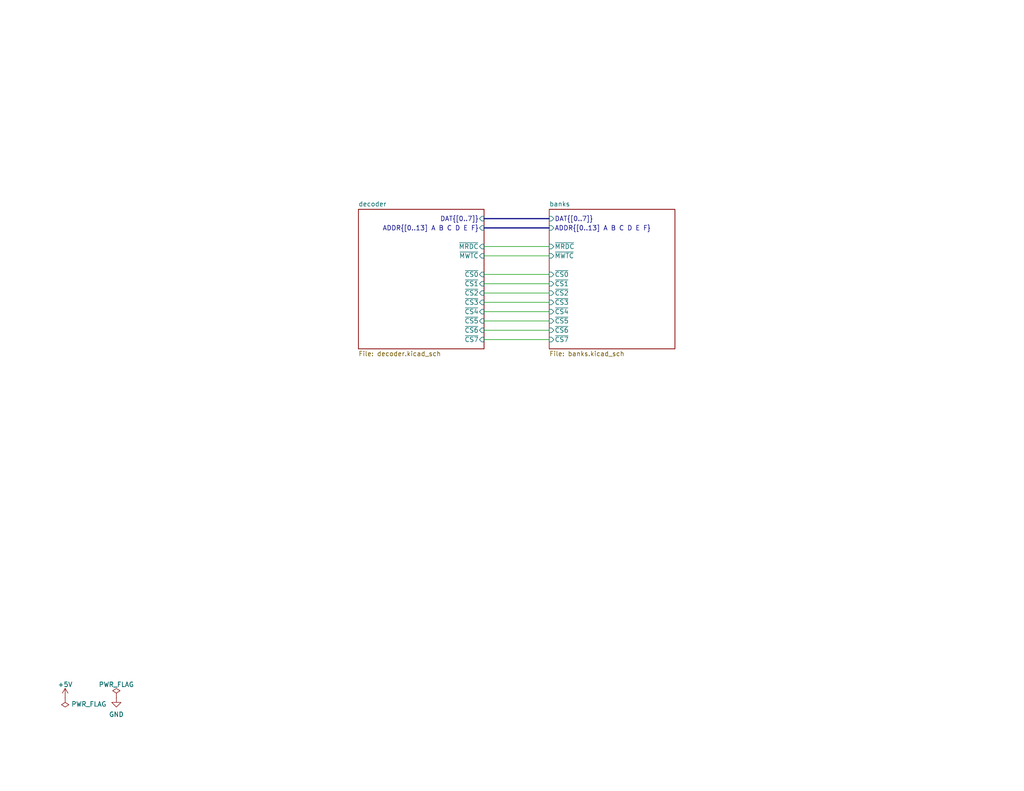
<source format=kicad_sch>
(kicad_sch (version 20211123) (generator eeschema)
  (paper "USLetter")
  (lib_symbols
    (symbol "power:+5V" (power) (pin_names (offset 0))
      (property "Value" "+5V" (at 0 3.556 0))
      (symbol "+5V_0_1"
        (polyline (pts (xy -0.762 1.27) (xy 0 2.54)))
        (polyline (pts (xy 0 0) (xy 0 2.54)))
        (polyline (pts (xy 0 2.54) (xy 0.762 1.27)))
      )
      (symbol "+5V_1_1"
        (pin power_in line (at 0 0 90) (length 0) hide (name "+5V") (number "1"))
      )
    )
    (symbol "power:GND" (power) (pin_names (offset 0))
      (property "Value" "GND" (at 0 -3.81 0))
      (symbol "GND_0_1"
        (polyline (pts (xy 0 0) (xy 0 -1.27) (xy 1.27 -1.27) (xy 0 -2.54) (xy -1.27 -1.27) (xy 0 -1.27)))
      )
      (symbol "GND_1_1"
        (pin power_in line (at 0 0 270) (length 0) hide (name "GND") (number "1"))
      )
    )
    (symbol "power:PWR_FLAG" (power) (pin_numbers hide) (pin_names (offset 0) hide)
      (property "Value" "PWR_FLAG" (at 0 3.81 0))
      (symbol "PWR_FLAG_0_0"
        (pin power_out line (at 0 0 90) (length 0) (name "pwr") (number "1"))
      )
      (symbol "PWR_FLAG_0_1"
        (polyline (pts (xy 0 0) (xy 0 1.27) (xy -1.016 1.905) (xy 0 2.54) (xy 1.016 1.905) (xy 0 1.27)))
      )
    )
  )
  (bus (pts (xy 132.08 59.69) (xy 149.86 59.69)))
  (wire (pts (xy 132.08 80.01) (xy 149.86 80.01)))
  (wire (pts (xy 132.08 74.93) (xy 149.86 74.93)))
  (wire (pts (xy 132.08 85.09) (xy 149.86 85.09)))
  (bus (pts (xy 132.08 62.23) (xy 149.86 62.23)))
  (wire (pts (xy 132.08 92.71) (xy 149.86 92.71)))
  (wire (pts (xy 132.08 82.55) (xy 149.86 82.55)))
  (wire (pts (xy 132.08 67.31) (xy 149.86 67.31)))
  (wire (pts (xy 132.08 69.85) (xy 149.86 69.85)))
  (wire (pts (xy 132.08 77.47) (xy 149.86 77.47)))
  (wire (pts (xy 132.08 90.17) (xy 149.86 90.17)))
  (wire (pts (xy 132.08 87.63) (xy 149.86 87.63)))
  (symbol (lib_id "power:+5V") (at 17.78 190.5 0) (unit 1)
    (property "Reference" "#PWR01" (effects hide))
    (property "Value" "+5V" (at 17.78 186.8955 0))
  )
  (symbol (lib_id "power:PWR_FLAG") (at 31.75 190.5 0) (unit 1)
    (property "Reference" "#FLG02" (effects hide))
    (property "Value" "PWR_FLAG" (at 31.75 186.8955 0))
  )
  (symbol (lib_id "power:PWR_FLAG") (at 17.78 190.5 180) (unit 1)
    (property "Reference" "#FLG01" (effects hide))
    (property "Value" "PWR_FLAG" (at 19.431 192.249 0) (effects (justify right)))
  )
  (symbol (lib_id "power:GND") (at 31.75 190.5 0) (unit 1)
    (property "Reference" "#PWR02" (effects hide))
    (property "Value" "GND" (at 31.75 195.0625 0))
  )
  (sheet (at 97.79 57.15) (size 34.29 38.1) (stroke (width 0.1524))
    (property "Sheet name" "decoder" (at 97.79 56.4384 0) (effects (justify left bottom)))
    (property "Sheet file" "decoder.kicad_sch" (at 97.79 95.8346 0) (effects (justify left top)))
    (pin "DAT{[0..7]}" input (at 132.08 59.69 0))
    (pin "ADDR{[0..13] A B C D E F}" input (at 132.08 62.23 0))
    (pin "~{MWTC}" input (at 132.08 69.85 0))
    (pin "~{MRDC}" input (at 132.08 67.31 0))
    (pin "~{CS6}" input (at 132.08 90.17 0))
    (pin "~{CS7}" input (at 132.08 92.71 0))
    (pin "~{CS5}" input (at 132.08 87.63 0))
    (pin "~{CS0}" input (at 132.08 74.93 0))
    (pin "~{CS2}" input (at 132.08 80.01 0))
    (pin "~{CS4}" input (at 132.08 85.09 0))
    (pin "~{CS1}" input (at 132.08 77.47 0))
    (pin "~{CS3}" input (at 132.08 82.55 0))
  )
  (sheet (at 149.86 57.15) (size 34.29 38.1) (stroke (width 0.1524))
    (property "Sheet name" "banks" (at 149.86 56.4384 0) (effects (justify left bottom)))
    (property "Sheet file" "banks.kicad_sch" (at 149.86 95.8346 0) (effects (justify left top)))
    (pin "DAT{[0..7]}" input (at 149.86 59.69 180))
    (pin "ADDR{[0..13] A B C D E F}" input (at 149.86 62.23 180))
    (pin "~{MRDC}" input (at 149.86 67.31 180))
    (pin "~{MWTC}" input (at 149.86 69.85 180))
    (pin "~{CS4}" input (at 149.86 85.09 180))
    (pin "~{CS2}" input (at 149.86 80.01 180))
    (pin "~{CS0}" input (at 149.86 74.93 180))
    (pin "~{CS1}" input (at 149.86 77.47 180))
    (pin "~{CS3}" input (at 149.86 82.55 180))
    (pin "~{CS5}" input (at 149.86 87.63 180))
    (pin "~{CS6}" input (at 149.86 90.17 180))
    (pin "~{CS7}" input (at 149.86 92.71 180))
  )
)
</source>
